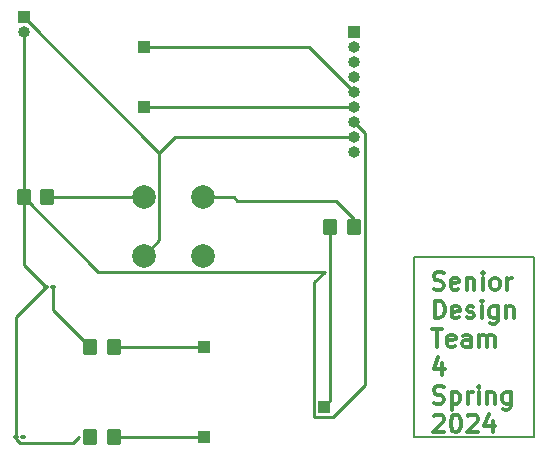
<source format=gbr>
%TF.GenerationSoftware,KiCad,Pcbnew,7.0.10*%
%TF.CreationDate,2024-03-07T13:47:23-05:00*%
%TF.ProjectId,GPS_Breakout,4750535f-4272-4656-916b-6f75742e6b69,rev?*%
%TF.SameCoordinates,Original*%
%TF.FileFunction,Copper,L1,Top*%
%TF.FilePolarity,Positive*%
%FSLAX46Y46*%
G04 Gerber Fmt 4.6, Leading zero omitted, Abs format (unit mm)*
G04 Created by KiCad (PCBNEW 7.0.10) date 2024-03-07 13:47:23*
%MOMM*%
%LPD*%
G01*
G04 APERTURE LIST*
G04 Aperture macros list*
%AMRoundRect*
0 Rectangle with rounded corners*
0 $1 Rounding radius*
0 $2 $3 $4 $5 $6 $7 $8 $9 X,Y pos of 4 corners*
0 Add a 4 corners polygon primitive as box body*
4,1,4,$2,$3,$4,$5,$6,$7,$8,$9,$2,$3,0*
0 Add four circle primitives for the rounded corners*
1,1,$1+$1,$2,$3*
1,1,$1+$1,$4,$5*
1,1,$1+$1,$6,$7*
1,1,$1+$1,$8,$9*
0 Add four rect primitives between the rounded corners*
20,1,$1+$1,$2,$3,$4,$5,0*
20,1,$1+$1,$4,$5,$6,$7,0*
20,1,$1+$1,$6,$7,$8,$9,0*
20,1,$1+$1,$8,$9,$2,$3,0*%
G04 Aperture macros list end*
%ADD10C,0.300000*%
%TA.AperFunction,NonConductor*%
%ADD11C,0.300000*%
%TD*%
%TA.AperFunction,NonConductor*%
%ADD12C,0.200000*%
%TD*%
%TA.AperFunction,ComponentPad*%
%ADD13R,1.000000X1.000000*%
%TD*%
%TA.AperFunction,ComponentPad*%
%ADD14C,2.000000*%
%TD*%
%TA.AperFunction,ComponentPad*%
%ADD15O,1.000000X1.000000*%
%TD*%
%TA.AperFunction,SMDPad,CuDef*%
%ADD16RoundRect,0.100000X-0.130000X-0.100000X0.130000X-0.100000X0.130000X0.100000X-0.130000X0.100000X0*%
%TD*%
%TA.AperFunction,SMDPad,CuDef*%
%ADD17RoundRect,0.250000X-0.350000X-0.450000X0.350000X-0.450000X0.350000X0.450000X-0.350000X0.450000X0*%
%TD*%
%TA.AperFunction,Conductor*%
%ADD18C,0.250000*%
%TD*%
G04 APERTURE END LIST*
D10*
D11*
X166808082Y-63669400D02*
X167022368Y-63740828D01*
X167022368Y-63740828D02*
X167379510Y-63740828D01*
X167379510Y-63740828D02*
X167522368Y-63669400D01*
X167522368Y-63669400D02*
X167593796Y-63597971D01*
X167593796Y-63597971D02*
X167665225Y-63455114D01*
X167665225Y-63455114D02*
X167665225Y-63312257D01*
X167665225Y-63312257D02*
X167593796Y-63169400D01*
X167593796Y-63169400D02*
X167522368Y-63097971D01*
X167522368Y-63097971D02*
X167379510Y-63026542D01*
X167379510Y-63026542D02*
X167093796Y-62955114D01*
X167093796Y-62955114D02*
X166950939Y-62883685D01*
X166950939Y-62883685D02*
X166879510Y-62812257D01*
X166879510Y-62812257D02*
X166808082Y-62669400D01*
X166808082Y-62669400D02*
X166808082Y-62526542D01*
X166808082Y-62526542D02*
X166879510Y-62383685D01*
X166879510Y-62383685D02*
X166950939Y-62312257D01*
X166950939Y-62312257D02*
X167093796Y-62240828D01*
X167093796Y-62240828D02*
X167450939Y-62240828D01*
X167450939Y-62240828D02*
X167665225Y-62312257D01*
X168879510Y-63669400D02*
X168736653Y-63740828D01*
X168736653Y-63740828D02*
X168450939Y-63740828D01*
X168450939Y-63740828D02*
X168308081Y-63669400D01*
X168308081Y-63669400D02*
X168236653Y-63526542D01*
X168236653Y-63526542D02*
X168236653Y-62955114D01*
X168236653Y-62955114D02*
X168308081Y-62812257D01*
X168308081Y-62812257D02*
X168450939Y-62740828D01*
X168450939Y-62740828D02*
X168736653Y-62740828D01*
X168736653Y-62740828D02*
X168879510Y-62812257D01*
X168879510Y-62812257D02*
X168950939Y-62955114D01*
X168950939Y-62955114D02*
X168950939Y-63097971D01*
X168950939Y-63097971D02*
X168236653Y-63240828D01*
X169593795Y-62740828D02*
X169593795Y-63740828D01*
X169593795Y-62883685D02*
X169665224Y-62812257D01*
X169665224Y-62812257D02*
X169808081Y-62740828D01*
X169808081Y-62740828D02*
X170022367Y-62740828D01*
X170022367Y-62740828D02*
X170165224Y-62812257D01*
X170165224Y-62812257D02*
X170236653Y-62955114D01*
X170236653Y-62955114D02*
X170236653Y-63740828D01*
X170950938Y-63740828D02*
X170950938Y-62740828D01*
X170950938Y-62240828D02*
X170879510Y-62312257D01*
X170879510Y-62312257D02*
X170950938Y-62383685D01*
X170950938Y-62383685D02*
X171022367Y-62312257D01*
X171022367Y-62312257D02*
X170950938Y-62240828D01*
X170950938Y-62240828D02*
X170950938Y-62383685D01*
X171879510Y-63740828D02*
X171736653Y-63669400D01*
X171736653Y-63669400D02*
X171665224Y-63597971D01*
X171665224Y-63597971D02*
X171593796Y-63455114D01*
X171593796Y-63455114D02*
X171593796Y-63026542D01*
X171593796Y-63026542D02*
X171665224Y-62883685D01*
X171665224Y-62883685D02*
X171736653Y-62812257D01*
X171736653Y-62812257D02*
X171879510Y-62740828D01*
X171879510Y-62740828D02*
X172093796Y-62740828D01*
X172093796Y-62740828D02*
X172236653Y-62812257D01*
X172236653Y-62812257D02*
X172308082Y-62883685D01*
X172308082Y-62883685D02*
X172379510Y-63026542D01*
X172379510Y-63026542D02*
X172379510Y-63455114D01*
X172379510Y-63455114D02*
X172308082Y-63597971D01*
X172308082Y-63597971D02*
X172236653Y-63669400D01*
X172236653Y-63669400D02*
X172093796Y-63740828D01*
X172093796Y-63740828D02*
X171879510Y-63740828D01*
X173022367Y-63740828D02*
X173022367Y-62740828D01*
X173022367Y-63026542D02*
X173093796Y-62883685D01*
X173093796Y-62883685D02*
X173165225Y-62812257D01*
X173165225Y-62812257D02*
X173308082Y-62740828D01*
X173308082Y-62740828D02*
X173450939Y-62740828D01*
X166879510Y-66155828D02*
X166879510Y-64655828D01*
X166879510Y-64655828D02*
X167236653Y-64655828D01*
X167236653Y-64655828D02*
X167450939Y-64727257D01*
X167450939Y-64727257D02*
X167593796Y-64870114D01*
X167593796Y-64870114D02*
X167665225Y-65012971D01*
X167665225Y-65012971D02*
X167736653Y-65298685D01*
X167736653Y-65298685D02*
X167736653Y-65512971D01*
X167736653Y-65512971D02*
X167665225Y-65798685D01*
X167665225Y-65798685D02*
X167593796Y-65941542D01*
X167593796Y-65941542D02*
X167450939Y-66084400D01*
X167450939Y-66084400D02*
X167236653Y-66155828D01*
X167236653Y-66155828D02*
X166879510Y-66155828D01*
X168950939Y-66084400D02*
X168808082Y-66155828D01*
X168808082Y-66155828D02*
X168522368Y-66155828D01*
X168522368Y-66155828D02*
X168379510Y-66084400D01*
X168379510Y-66084400D02*
X168308082Y-65941542D01*
X168308082Y-65941542D02*
X168308082Y-65370114D01*
X168308082Y-65370114D02*
X168379510Y-65227257D01*
X168379510Y-65227257D02*
X168522368Y-65155828D01*
X168522368Y-65155828D02*
X168808082Y-65155828D01*
X168808082Y-65155828D02*
X168950939Y-65227257D01*
X168950939Y-65227257D02*
X169022368Y-65370114D01*
X169022368Y-65370114D02*
X169022368Y-65512971D01*
X169022368Y-65512971D02*
X168308082Y-65655828D01*
X169593796Y-66084400D02*
X169736653Y-66155828D01*
X169736653Y-66155828D02*
X170022367Y-66155828D01*
X170022367Y-66155828D02*
X170165224Y-66084400D01*
X170165224Y-66084400D02*
X170236653Y-65941542D01*
X170236653Y-65941542D02*
X170236653Y-65870114D01*
X170236653Y-65870114D02*
X170165224Y-65727257D01*
X170165224Y-65727257D02*
X170022367Y-65655828D01*
X170022367Y-65655828D02*
X169808082Y-65655828D01*
X169808082Y-65655828D02*
X169665224Y-65584400D01*
X169665224Y-65584400D02*
X169593796Y-65441542D01*
X169593796Y-65441542D02*
X169593796Y-65370114D01*
X169593796Y-65370114D02*
X169665224Y-65227257D01*
X169665224Y-65227257D02*
X169808082Y-65155828D01*
X169808082Y-65155828D02*
X170022367Y-65155828D01*
X170022367Y-65155828D02*
X170165224Y-65227257D01*
X170879510Y-66155828D02*
X170879510Y-65155828D01*
X170879510Y-64655828D02*
X170808082Y-64727257D01*
X170808082Y-64727257D02*
X170879510Y-64798685D01*
X170879510Y-64798685D02*
X170950939Y-64727257D01*
X170950939Y-64727257D02*
X170879510Y-64655828D01*
X170879510Y-64655828D02*
X170879510Y-64798685D01*
X172236654Y-65155828D02*
X172236654Y-66370114D01*
X172236654Y-66370114D02*
X172165225Y-66512971D01*
X172165225Y-66512971D02*
X172093796Y-66584400D01*
X172093796Y-66584400D02*
X171950939Y-66655828D01*
X171950939Y-66655828D02*
X171736654Y-66655828D01*
X171736654Y-66655828D02*
X171593796Y-66584400D01*
X172236654Y-66084400D02*
X172093796Y-66155828D01*
X172093796Y-66155828D02*
X171808082Y-66155828D01*
X171808082Y-66155828D02*
X171665225Y-66084400D01*
X171665225Y-66084400D02*
X171593796Y-66012971D01*
X171593796Y-66012971D02*
X171522368Y-65870114D01*
X171522368Y-65870114D02*
X171522368Y-65441542D01*
X171522368Y-65441542D02*
X171593796Y-65298685D01*
X171593796Y-65298685D02*
X171665225Y-65227257D01*
X171665225Y-65227257D02*
X171808082Y-65155828D01*
X171808082Y-65155828D02*
X172093796Y-65155828D01*
X172093796Y-65155828D02*
X172236654Y-65227257D01*
X172950939Y-65155828D02*
X172950939Y-66155828D01*
X172950939Y-65298685D02*
X173022368Y-65227257D01*
X173022368Y-65227257D02*
X173165225Y-65155828D01*
X173165225Y-65155828D02*
X173379511Y-65155828D01*
X173379511Y-65155828D02*
X173522368Y-65227257D01*
X173522368Y-65227257D02*
X173593797Y-65370114D01*
X173593797Y-65370114D02*
X173593797Y-66155828D01*
X166665225Y-67070828D02*
X167522368Y-67070828D01*
X167093796Y-68570828D02*
X167093796Y-67070828D01*
X168593796Y-68499400D02*
X168450939Y-68570828D01*
X168450939Y-68570828D02*
X168165225Y-68570828D01*
X168165225Y-68570828D02*
X168022367Y-68499400D01*
X168022367Y-68499400D02*
X167950939Y-68356542D01*
X167950939Y-68356542D02*
X167950939Y-67785114D01*
X167950939Y-67785114D02*
X168022367Y-67642257D01*
X168022367Y-67642257D02*
X168165225Y-67570828D01*
X168165225Y-67570828D02*
X168450939Y-67570828D01*
X168450939Y-67570828D02*
X168593796Y-67642257D01*
X168593796Y-67642257D02*
X168665225Y-67785114D01*
X168665225Y-67785114D02*
X168665225Y-67927971D01*
X168665225Y-67927971D02*
X167950939Y-68070828D01*
X169950939Y-68570828D02*
X169950939Y-67785114D01*
X169950939Y-67785114D02*
X169879510Y-67642257D01*
X169879510Y-67642257D02*
X169736653Y-67570828D01*
X169736653Y-67570828D02*
X169450939Y-67570828D01*
X169450939Y-67570828D02*
X169308081Y-67642257D01*
X169950939Y-68499400D02*
X169808081Y-68570828D01*
X169808081Y-68570828D02*
X169450939Y-68570828D01*
X169450939Y-68570828D02*
X169308081Y-68499400D01*
X169308081Y-68499400D02*
X169236653Y-68356542D01*
X169236653Y-68356542D02*
X169236653Y-68213685D01*
X169236653Y-68213685D02*
X169308081Y-68070828D01*
X169308081Y-68070828D02*
X169450939Y-67999400D01*
X169450939Y-67999400D02*
X169808081Y-67999400D01*
X169808081Y-67999400D02*
X169950939Y-67927971D01*
X170665224Y-68570828D02*
X170665224Y-67570828D01*
X170665224Y-67713685D02*
X170736653Y-67642257D01*
X170736653Y-67642257D02*
X170879510Y-67570828D01*
X170879510Y-67570828D02*
X171093796Y-67570828D01*
X171093796Y-67570828D02*
X171236653Y-67642257D01*
X171236653Y-67642257D02*
X171308082Y-67785114D01*
X171308082Y-67785114D02*
X171308082Y-68570828D01*
X171308082Y-67785114D02*
X171379510Y-67642257D01*
X171379510Y-67642257D02*
X171522367Y-67570828D01*
X171522367Y-67570828D02*
X171736653Y-67570828D01*
X171736653Y-67570828D02*
X171879510Y-67642257D01*
X171879510Y-67642257D02*
X171950939Y-67785114D01*
X171950939Y-67785114D02*
X171950939Y-68570828D01*
X167522368Y-69985828D02*
X167522368Y-70985828D01*
X167165225Y-69414400D02*
X166808082Y-70485828D01*
X166808082Y-70485828D02*
X167736653Y-70485828D01*
X166808082Y-73329400D02*
X167022368Y-73400828D01*
X167022368Y-73400828D02*
X167379510Y-73400828D01*
X167379510Y-73400828D02*
X167522368Y-73329400D01*
X167522368Y-73329400D02*
X167593796Y-73257971D01*
X167593796Y-73257971D02*
X167665225Y-73115114D01*
X167665225Y-73115114D02*
X167665225Y-72972257D01*
X167665225Y-72972257D02*
X167593796Y-72829400D01*
X167593796Y-72829400D02*
X167522368Y-72757971D01*
X167522368Y-72757971D02*
X167379510Y-72686542D01*
X167379510Y-72686542D02*
X167093796Y-72615114D01*
X167093796Y-72615114D02*
X166950939Y-72543685D01*
X166950939Y-72543685D02*
X166879510Y-72472257D01*
X166879510Y-72472257D02*
X166808082Y-72329400D01*
X166808082Y-72329400D02*
X166808082Y-72186542D01*
X166808082Y-72186542D02*
X166879510Y-72043685D01*
X166879510Y-72043685D02*
X166950939Y-71972257D01*
X166950939Y-71972257D02*
X167093796Y-71900828D01*
X167093796Y-71900828D02*
X167450939Y-71900828D01*
X167450939Y-71900828D02*
X167665225Y-71972257D01*
X168308081Y-72400828D02*
X168308081Y-73900828D01*
X168308081Y-72472257D02*
X168450939Y-72400828D01*
X168450939Y-72400828D02*
X168736653Y-72400828D01*
X168736653Y-72400828D02*
X168879510Y-72472257D01*
X168879510Y-72472257D02*
X168950939Y-72543685D01*
X168950939Y-72543685D02*
X169022367Y-72686542D01*
X169022367Y-72686542D02*
X169022367Y-73115114D01*
X169022367Y-73115114D02*
X168950939Y-73257971D01*
X168950939Y-73257971D02*
X168879510Y-73329400D01*
X168879510Y-73329400D02*
X168736653Y-73400828D01*
X168736653Y-73400828D02*
X168450939Y-73400828D01*
X168450939Y-73400828D02*
X168308081Y-73329400D01*
X169665224Y-73400828D02*
X169665224Y-72400828D01*
X169665224Y-72686542D02*
X169736653Y-72543685D01*
X169736653Y-72543685D02*
X169808082Y-72472257D01*
X169808082Y-72472257D02*
X169950939Y-72400828D01*
X169950939Y-72400828D02*
X170093796Y-72400828D01*
X170593795Y-73400828D02*
X170593795Y-72400828D01*
X170593795Y-71900828D02*
X170522367Y-71972257D01*
X170522367Y-71972257D02*
X170593795Y-72043685D01*
X170593795Y-72043685D02*
X170665224Y-71972257D01*
X170665224Y-71972257D02*
X170593795Y-71900828D01*
X170593795Y-71900828D02*
X170593795Y-72043685D01*
X171308081Y-72400828D02*
X171308081Y-73400828D01*
X171308081Y-72543685D02*
X171379510Y-72472257D01*
X171379510Y-72472257D02*
X171522367Y-72400828D01*
X171522367Y-72400828D02*
X171736653Y-72400828D01*
X171736653Y-72400828D02*
X171879510Y-72472257D01*
X171879510Y-72472257D02*
X171950939Y-72615114D01*
X171950939Y-72615114D02*
X171950939Y-73400828D01*
X173308082Y-72400828D02*
X173308082Y-73615114D01*
X173308082Y-73615114D02*
X173236653Y-73757971D01*
X173236653Y-73757971D02*
X173165224Y-73829400D01*
X173165224Y-73829400D02*
X173022367Y-73900828D01*
X173022367Y-73900828D02*
X172808082Y-73900828D01*
X172808082Y-73900828D02*
X172665224Y-73829400D01*
X173308082Y-73329400D02*
X173165224Y-73400828D01*
X173165224Y-73400828D02*
X172879510Y-73400828D01*
X172879510Y-73400828D02*
X172736653Y-73329400D01*
X172736653Y-73329400D02*
X172665224Y-73257971D01*
X172665224Y-73257971D02*
X172593796Y-73115114D01*
X172593796Y-73115114D02*
X172593796Y-72686542D01*
X172593796Y-72686542D02*
X172665224Y-72543685D01*
X172665224Y-72543685D02*
X172736653Y-72472257D01*
X172736653Y-72472257D02*
X172879510Y-72400828D01*
X172879510Y-72400828D02*
X173165224Y-72400828D01*
X173165224Y-72400828D02*
X173308082Y-72472257D01*
X166808082Y-74458685D02*
X166879510Y-74387257D01*
X166879510Y-74387257D02*
X167022368Y-74315828D01*
X167022368Y-74315828D02*
X167379510Y-74315828D01*
X167379510Y-74315828D02*
X167522368Y-74387257D01*
X167522368Y-74387257D02*
X167593796Y-74458685D01*
X167593796Y-74458685D02*
X167665225Y-74601542D01*
X167665225Y-74601542D02*
X167665225Y-74744400D01*
X167665225Y-74744400D02*
X167593796Y-74958685D01*
X167593796Y-74958685D02*
X166736653Y-75815828D01*
X166736653Y-75815828D02*
X167665225Y-75815828D01*
X168593796Y-74315828D02*
X168736653Y-74315828D01*
X168736653Y-74315828D02*
X168879510Y-74387257D01*
X168879510Y-74387257D02*
X168950939Y-74458685D01*
X168950939Y-74458685D02*
X169022367Y-74601542D01*
X169022367Y-74601542D02*
X169093796Y-74887257D01*
X169093796Y-74887257D02*
X169093796Y-75244400D01*
X169093796Y-75244400D02*
X169022367Y-75530114D01*
X169022367Y-75530114D02*
X168950939Y-75672971D01*
X168950939Y-75672971D02*
X168879510Y-75744400D01*
X168879510Y-75744400D02*
X168736653Y-75815828D01*
X168736653Y-75815828D02*
X168593796Y-75815828D01*
X168593796Y-75815828D02*
X168450939Y-75744400D01*
X168450939Y-75744400D02*
X168379510Y-75672971D01*
X168379510Y-75672971D02*
X168308081Y-75530114D01*
X168308081Y-75530114D02*
X168236653Y-75244400D01*
X168236653Y-75244400D02*
X168236653Y-74887257D01*
X168236653Y-74887257D02*
X168308081Y-74601542D01*
X168308081Y-74601542D02*
X168379510Y-74458685D01*
X168379510Y-74458685D02*
X168450939Y-74387257D01*
X168450939Y-74387257D02*
X168593796Y-74315828D01*
X169665224Y-74458685D02*
X169736652Y-74387257D01*
X169736652Y-74387257D02*
X169879510Y-74315828D01*
X169879510Y-74315828D02*
X170236652Y-74315828D01*
X170236652Y-74315828D02*
X170379510Y-74387257D01*
X170379510Y-74387257D02*
X170450938Y-74458685D01*
X170450938Y-74458685D02*
X170522367Y-74601542D01*
X170522367Y-74601542D02*
X170522367Y-74744400D01*
X170522367Y-74744400D02*
X170450938Y-74958685D01*
X170450938Y-74958685D02*
X169593795Y-75815828D01*
X169593795Y-75815828D02*
X170522367Y-75815828D01*
X171808081Y-74815828D02*
X171808081Y-75815828D01*
X171450938Y-74244400D02*
X171093795Y-75315828D01*
X171093795Y-75315828D02*
X172022366Y-75315828D01*
D12*
X165100000Y-60960000D02*
X175260000Y-60960000D01*
X175260000Y-76200000D01*
X165100000Y-76200000D01*
X165100000Y-60960000D01*
D13*
%TO.P,J7,1,Pin_1*%
%TO.N,Net-(J7-Pin_1)*%
X147320000Y-76200000D03*
%TD*%
%TO.P,J6,1,Pin_1*%
%TO.N,Net-(J6-Pin_1)*%
X147320000Y-68580000D03*
%TD*%
%TO.P,J5,1,Pin_1*%
%TO.N,Net-(J5-Pin_1)*%
X157480000Y-73660000D03*
%TD*%
%TO.P,J4,1,Pin_1*%
%TO.N,Net-(J2-Pin_5)*%
X142240000Y-43180000D03*
%TD*%
%TO.P,J3,1,Pin_1*%
%TO.N,Net-(J2-Pin_6)*%
X142240000Y-48260000D03*
%TD*%
D14*
%TO.P,SW1,4,4*%
%TO.N,unconnected-(SW1-Pad4)*%
X147240000Y-60880000D03*
%TO.P,SW1,3,3*%
%TO.N,Net-(J1-Pin_1)*%
X142240000Y-60880000D03*
%TO.P,SW1,2,2*%
%TO.N,Net-(R1-Pad2)*%
X147240000Y-55880000D03*
%TO.P,SW1,1,1*%
%TO.N,Net-(R4-Pad2)*%
X142240000Y-55880000D03*
%TD*%
D15*
%TO.P,J2,9,Pin_9*%
%TO.N,unconnected-(J2-Pin_9-Pad9)*%
X160020000Y-52070000D03*
%TO.P,J2,8,Pin_8*%
%TO.N,Net-(J1-Pin_1)*%
X160020000Y-50800000D03*
%TO.P,J2,7,Pin_7*%
%TO.N,Net-(D1-K)*%
X160020000Y-49530000D03*
%TO.P,J2,6,Pin_6*%
%TO.N,Net-(J2-Pin_6)*%
X160020000Y-48260000D03*
%TO.P,J2,5,Pin_5*%
%TO.N,Net-(J2-Pin_5)*%
X160020000Y-46990000D03*
%TO.P,J2,4,Pin_4*%
%TO.N,unconnected-(J2-Pin_4-Pad4)*%
X160020000Y-45720000D03*
%TO.P,J2,3,Pin_3*%
%TO.N,unconnected-(J2-Pin_3-Pad3)*%
X160020000Y-44450000D03*
%TO.P,J2,2,Pin_2*%
%TO.N,unconnected-(J2-Pin_2-Pad2)*%
X160020000Y-43180000D03*
D13*
%TO.P,J2,1,Pin_1*%
%TO.N,unconnected-(J2-Pin_1-Pad1)*%
X160020000Y-41910000D03*
%TD*%
D16*
%TO.P,D2,1,K*%
%TO.N,Net-(D1-K)*%
X131415000Y-76200000D03*
%TO.P,D2,2,A*%
%TO.N,Net-(D2-A)*%
X132055000Y-76200000D03*
%TD*%
%TO.P,D1,2,A*%
%TO.N,Net-(D1-A)*%
X134595000Y-63500000D03*
%TO.P,D1,1,K*%
%TO.N,Net-(D1-K)*%
X133955000Y-63500000D03*
%TD*%
D15*
%TO.P,J1,2,Pin_2*%
%TO.N,Net-(D1-K)*%
X132080000Y-41910000D03*
D13*
%TO.P,J1,1,Pin_1*%
%TO.N,Net-(J1-Pin_1)*%
X132080000Y-40640000D03*
%TD*%
D17*
%TO.P,R4,1*%
%TO.N,Net-(D1-K)*%
X132080000Y-55880000D03*
%TO.P,R4,2*%
%TO.N,Net-(R4-Pad2)*%
X134080000Y-55880000D03*
%TD*%
%TO.P,R3,1*%
%TO.N,Net-(D2-A)*%
X137700000Y-76200000D03*
%TO.P,R3,2*%
%TO.N,Net-(J7-Pin_1)*%
X139700000Y-76200000D03*
%TD*%
%TO.P,R2,1*%
%TO.N,Net-(D1-A)*%
X137700000Y-68580000D03*
%TO.P,R2,2*%
%TO.N,Net-(J6-Pin_1)*%
X139700000Y-68580000D03*
%TD*%
%TO.P,R1,2*%
%TO.N,Net-(R1-Pad2)*%
X160020000Y-58420000D03*
%TO.P,R1,1*%
%TO.N,Net-(J5-Pin_1)*%
X158020000Y-58420000D03*
%TD*%
D18*
%TO.N,Net-(R4-Pad2)*%
X142240000Y-55880000D02*
X134080000Y-55880000D01*
%TO.N,Net-(J1-Pin_1)*%
X160020000Y-50800000D02*
X144890000Y-50800000D01*
X144890000Y-50800000D02*
X143565000Y-52125000D01*
%TO.N,Net-(J2-Pin_6)*%
X142240000Y-48260000D02*
X160020000Y-48260000D01*
%TO.N,Net-(R1-Pad2)*%
X150178198Y-56198198D02*
X149860000Y-55880000D01*
X149860000Y-55880000D02*
X147240000Y-55880000D01*
%TO.N,Net-(D1-K)*%
X132080000Y-55880000D02*
X138405000Y-62205000D01*
X138405000Y-62205000D02*
X157570000Y-62205000D01*
X157570000Y-62205000D02*
X156655000Y-63120000D01*
X160945000Y-71845000D02*
X160945000Y-50455000D01*
X156655000Y-63120000D02*
X156655000Y-74485000D01*
X160945000Y-50455000D02*
X160020000Y-49530000D01*
X156655000Y-74485000D02*
X158305000Y-74485000D01*
X158305000Y-74485000D02*
X160945000Y-71845000D01*
%TO.N,Net-(R1-Pad2)*%
X160020000Y-58420000D02*
X160020000Y-57720000D01*
X160020000Y-57720000D02*
X158498198Y-56198198D01*
X158498198Y-56198198D02*
X150178198Y-56198198D01*
%TO.N,Net-(J5-Pin_1)*%
X158020000Y-58420000D02*
X158020000Y-73120000D01*
X158020000Y-73120000D02*
X157480000Y-73660000D01*
%TO.N,Net-(J7-Pin_1)*%
X139700000Y-76200000D02*
X147320000Y-76200000D01*
%TO.N,Net-(D1-K)*%
X136250000Y-76725000D02*
X136775000Y-76200000D01*
X131740001Y-76725000D02*
X136250000Y-76725000D01*
X131415000Y-76399999D02*
X131740001Y-76725000D01*
X131415000Y-76200000D02*
X131415000Y-76399999D01*
%TO.N,Net-(J6-Pin_1)*%
X139700000Y-68580000D02*
X147320000Y-68580000D01*
%TO.N,Net-(D1-A)*%
X137700000Y-68580000D02*
X137160000Y-68580000D01*
X134595000Y-63500000D02*
X134595000Y-65475000D01*
X134595000Y-65475000D02*
X137700000Y-68580000D01*
%TO.N,Net-(D1-K)*%
X133955000Y-63500000D02*
X131415000Y-66040000D01*
X131415000Y-66040000D02*
X131415000Y-76200000D01*
X132080000Y-55880000D02*
X132080000Y-61625000D01*
X132080000Y-61625000D02*
X133955000Y-63500000D01*
X132080000Y-41910000D02*
X132080000Y-55880000D01*
%TO.N,Net-(J1-Pin_1)*%
X132080000Y-40640000D02*
X143565000Y-52125000D01*
X143565000Y-52125000D02*
X143565000Y-59555000D01*
X143565000Y-59555000D02*
X142240000Y-60880000D01*
%TO.N,Net-(J2-Pin_5)*%
X142240000Y-43180000D02*
X156210000Y-43180000D01*
X156210000Y-43180000D02*
X160020000Y-46990000D01*
%TD*%
M02*

</source>
